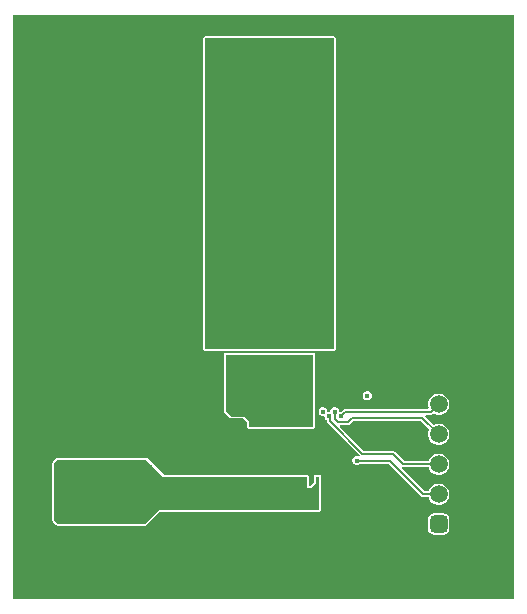
<source format=gbl>
G04*
G04 #@! TF.GenerationSoftware,Altium Limited,Altium Designer,21.2.1 (34)*
G04*
G04 Layer_Physical_Order=4*
G04 Layer_Color=16711680*
%FSTAX24Y24*%
%MOIN*%
G70*
G04*
G04 #@! TF.SameCoordinates,EB3D7B52-6A9D-4B9E-8443-9CCFCCE6FA82*
G04*
G04*
G04 #@! TF.FilePolarity,Positive*
G04*
G01*
G75*
%ADD12C,0.0079*%
%ADD52C,0.0591*%
G04:AMPARAMS|DCode=53|XSize=59.1mil|YSize=59.1mil|CornerRadius=14.8mil|HoleSize=0mil|Usage=FLASHONLY|Rotation=90.000|XOffset=0mil|YOffset=0mil|HoleType=Round|Shape=RoundedRectangle|*
%AMROUNDEDRECTD53*
21,1,0.0591,0.0295,0,0,90.0*
21,1,0.0295,0.0591,0,0,90.0*
1,1,0.0295,0.0148,0.0148*
1,1,0.0295,0.0148,-0.0148*
1,1,0.0295,-0.0148,-0.0148*
1,1,0.0295,-0.0148,0.0148*
%
%ADD53ROUNDEDRECTD53*%
%ADD54C,0.1969*%
%ADD55C,0.0315*%
%ADD56C,0.0177*%
G36*
X050097Y018165D02*
X033369D01*
X033369Y03765D01*
X050097D01*
X050097Y018165D01*
D02*
G37*
%LPC*%
G36*
X039791Y036938D02*
X039746Y036919D01*
X039727Y036874D01*
X039727Y026519D01*
X039746Y026474D01*
X039791Y026455D01*
X044083D01*
X044128Y026474D01*
X044147Y026519D01*
X044147Y036874D01*
X044128Y036919D01*
X044083Y036938D01*
X039791Y036938D01*
D02*
G37*
G36*
X045222Y025097D02*
X045163D01*
X045109Y025075D01*
X045067Y025033D01*
X045045Y024979D01*
Y02492D01*
X045067Y024866D01*
X045109Y024824D01*
X045163Y024802D01*
X045222D01*
X045276Y024824D01*
X045318Y024866D01*
X04534Y02492D01*
Y024979D01*
X045318Y025033D01*
X045276Y025075D01*
X045222Y025097D01*
D02*
G37*
G36*
X047621Y025027D02*
X047527D01*
X047437Y025003D01*
X047357Y024956D01*
X047291Y02489D01*
X047244Y02481D01*
X04722Y024719D01*
Y024626D01*
X047234Y024573D01*
X047196Y024523D01*
X044458D01*
X04442Y024515D01*
X044387Y024493D01*
X044308Y024415D01*
X044277D01*
X044258Y024428D01*
Y024454D01*
X044235Y024508D01*
X044194Y02455D01*
X044139Y024572D01*
X044081D01*
X044026Y02455D01*
X043985Y024508D01*
X043962Y024454D01*
Y024428D01*
X043942Y024415D01*
X043884D01*
X043864Y024428D01*
Y024454D01*
X043841Y024508D01*
X0438Y02455D01*
X043746Y024572D01*
X043687D01*
X043633Y02455D01*
X043591Y024508D01*
X043569Y024454D01*
Y024395D01*
X043591Y024341D01*
X043633Y024299D01*
X043687Y024277D01*
X043746D01*
X043768Y024232D01*
X043788Y024183D01*
X043829Y024142D01*
X043835Y024139D01*
Y024116D01*
X043843Y024077D01*
X043865Y024045D01*
X044935Y022975D01*
X044932Y02294D01*
X04492Y022919D01*
X044915Y022919D01*
X044868Y022938D01*
X044809D01*
X044755Y022916D01*
X044713Y022874D01*
X044691Y02282D01*
Y022761D01*
X044713Y022707D01*
X044755Y022665D01*
X044809Y022643D01*
X044868D01*
X044922Y022665D01*
X044947Y02269D01*
X045901D01*
X046989Y021602D01*
X047022Y02158D01*
X04706Y021572D01*
X047234D01*
X047244Y021536D01*
X047291Y021455D01*
X047357Y021389D01*
X047437Y021343D01*
X047527Y021319D01*
X047621D01*
X047711Y021343D01*
X047792Y021389D01*
X047858Y021455D01*
X047904Y021536D01*
X047928Y021626D01*
Y021719D01*
X047904Y02181D01*
X047858Y02189D01*
X047792Y021956D01*
X047711Y022003D01*
X047621Y022027D01*
X047527D01*
X047437Y022003D01*
X047357Y021956D01*
X047291Y02189D01*
X047244Y02181D01*
X047234Y021773D01*
X047102D01*
X046338Y022537D01*
X046351Y022563D01*
X046366Y022579D01*
X046398Y022572D01*
X047234D01*
X047244Y022536D01*
X047291Y022455D01*
X047357Y022389D01*
X047437Y022343D01*
X047527Y022319D01*
X047621D01*
X047711Y022343D01*
X047792Y022389D01*
X047858Y022455D01*
X047904Y022536D01*
X047928Y022626D01*
Y022719D01*
X047904Y02281D01*
X047858Y02289D01*
X047792Y022956D01*
X047711Y023003D01*
X047621Y023027D01*
X047527D01*
X047437Y023003D01*
X047357Y022956D01*
X047291Y02289D01*
X047244Y02281D01*
X047234Y022773D01*
X04644D01*
X046119Y023094D01*
X046086Y023116D01*
X046048Y023124D01*
X045069D01*
X044273Y02392D01*
X044294Y02397D01*
X044547D01*
X044585Y023977D01*
X044618Y023999D01*
X044741Y024122D01*
X046983D01*
X047263Y023842D01*
X047244Y02381D01*
X04722Y023719D01*
Y023626D01*
X047244Y023536D01*
X047291Y023455D01*
X047357Y023389D01*
X047437Y023343D01*
X047527Y023319D01*
X047621D01*
X047711Y023343D01*
X047792Y023389D01*
X047858Y023455D01*
X047904Y023536D01*
X047928Y023626D01*
Y023719D01*
X047904Y02381D01*
X047858Y02389D01*
X047792Y023956D01*
X047711Y024003D01*
X047621Y024027D01*
X047527D01*
X047437Y024003D01*
X047405Y023984D01*
X047117Y024272D01*
X047137Y024322D01*
X047324D01*
X047362Y02433D01*
X047395Y024351D01*
X047405Y024362D01*
X047437Y024343D01*
X047527Y024319D01*
X047621D01*
X047711Y024343D01*
X047792Y024389D01*
X047858Y024455D01*
X047904Y024536D01*
X047928Y024626D01*
Y024719D01*
X047904Y02481D01*
X047858Y02489D01*
X047792Y024956D01*
X047711Y025003D01*
X047621Y025027D01*
D02*
G37*
G36*
X040477Y026387D02*
X040432Y026369D01*
X040413Y026323D01*
Y02445D01*
X040432Y024404D01*
X040622Y024215D01*
X040667Y024196D01*
X041062D01*
X041179Y024079D01*
Y023913D01*
X041198Y023867D01*
X041243Y023849D01*
X043393D01*
X043438Y023867D01*
X043457Y023913D01*
X043457Y026323D01*
X043438Y026369D01*
X043393Y026387D01*
X040477Y026387D01*
D02*
G37*
G36*
X034878Y022885D02*
X034832Y022866D01*
X034712Y022746D01*
X034694Y022701D01*
X034694Y020801D01*
X034712Y020756D01*
X034832Y020636D01*
X034878Y020617D01*
X037786Y020617D01*
X037831Y020636D01*
X038277Y021082D01*
X043594Y021082D01*
X043639Y021101D01*
X043658Y021146D01*
X043658Y022259D01*
X043639Y022304D01*
X043594Y022323D01*
X04347D01*
X043425Y022304D01*
X043406Y022259D01*
Y02204D01*
X043295Y021929D01*
X043238Y021929D01*
X043238Y022259D01*
X043219Y022304D01*
X043174Y022323D01*
X038414Y022323D01*
X037871Y022866D01*
X037826Y022885D01*
X034878Y022885D01*
D02*
G37*
G36*
X047722Y021031D02*
X047426D01*
X047346Y021015D01*
X047277Y020969D01*
X047232Y020901D01*
X047216Y02082D01*
Y020525D01*
X047232Y020445D01*
X047277Y020376D01*
X047346Y020331D01*
X047426Y020314D01*
X047722D01*
X047802Y020331D01*
X047871Y020376D01*
X047916Y020445D01*
X047932Y020525D01*
Y02082D01*
X047916Y020901D01*
X047871Y020969D01*
X047802Y021015D01*
X047722Y021031D01*
D02*
G37*
%LPD*%
G36*
X044083Y036874D02*
X044083Y026519D01*
X039791D01*
X039791Y036874D01*
X044083Y036874D01*
D02*
G37*
G36*
X043393Y026323D02*
X043393Y023913D01*
X041243D01*
Y024105D01*
X041088Y02426D01*
X040667D01*
X040477Y02445D01*
Y026323D01*
X043393Y026323D01*
D02*
G37*
G36*
X037826Y022821D02*
X038388Y022259D01*
X043174Y022259D01*
X043174Y021865D01*
X043322Y021865D01*
X04347Y022013D01*
Y022259D01*
X043594D01*
X043594Y021146D01*
X038251Y021146D01*
X037786Y020681D01*
X034878Y020681D01*
X034758Y020801D01*
X034758Y022701D01*
X034878Y022821D01*
X037826Y022821D01*
D02*
G37*
D12*
X04411Y024192D02*
X044232Y02407D01*
X04411Y024192D02*
Y024424D01*
X044232Y02407D02*
X044547D01*
X044307Y024267D02*
Y024271D01*
X044458Y024422D01*
X047324D01*
X045943Y022791D02*
X04706Y021673D01*
X044838Y022791D02*
X045943D01*
X04706Y021673D02*
X047574D01*
X045028Y023023D02*
X046048D01*
X046398Y022673D02*
X047574D01*
X046048Y023023D02*
X046398Y022673D01*
X043936Y024116D02*
X045028Y023023D01*
X043936Y024116D02*
Y024244D01*
X043913Y024267D02*
X043936Y024244D01*
X044547Y02407D02*
X044699Y024222D01*
X047024D01*
X047574Y023673D01*
X047324Y024422D02*
X047574Y024673D01*
D52*
D03*
Y023673D02*
D03*
Y022673D02*
D03*
Y021673D02*
D03*
D53*
Y020673D02*
D03*
D54*
X049017Y036569D02*
D03*
X049017Y019246D02*
D03*
X03445D02*
D03*
X03445Y036569D02*
D03*
D55*
X042358Y022653D02*
D03*
Y023086D02*
D03*
Y023519D02*
D03*
X042791Y022653D02*
D03*
Y023086D02*
D03*
Y023519D02*
D03*
X043224Y022653D02*
D03*
Y023086D02*
D03*
Y023519D02*
D03*
X043657Y022653D02*
D03*
Y023086D02*
D03*
Y023519D02*
D03*
X04409Y022653D02*
D03*
Y023086D02*
D03*
Y023519D02*
D03*
D56*
X045193Y024949D02*
D03*
X035113Y023744D02*
D03*
Y024532D02*
D03*
Y024138D02*
D03*
Y023351D02*
D03*
Y024926D02*
D03*
X037948D02*
D03*
Y023351D02*
D03*
Y024138D02*
D03*
Y024532D02*
D03*
Y023744D02*
D03*
X043499Y021905D02*
D03*
X042929D02*
D03*
X043126Y021787D02*
D03*
X042535Y021905D02*
D03*
X042732Y021747D02*
D03*
X042141Y021905D02*
D03*
X042338Y021747D02*
D03*
X041531Y021953D02*
D03*
X038342Y021776D02*
D03*
X038893D02*
D03*
X039444D02*
D03*
X039995D02*
D03*
X040546D02*
D03*
X041098D02*
D03*
X037948Y021382D02*
D03*
Y02217D02*
D03*
Y021776D02*
D03*
Y020989D02*
D03*
Y022563D02*
D03*
X035113D02*
D03*
Y020989D02*
D03*
Y021776D02*
D03*
Y02217D02*
D03*
Y021382D02*
D03*
X043913Y020437D02*
D03*
X044307D02*
D03*
X043126Y020437D02*
D03*
X043519D02*
D03*
X041491Y020831D02*
D03*
X038342Y020556D02*
D03*
X038893D02*
D03*
X039444D02*
D03*
X039995D02*
D03*
X040546D02*
D03*
X041098D02*
D03*
X043126Y024424D02*
D03*
X042929Y024267D02*
D03*
X042732Y024424D02*
D03*
X042535Y024267D02*
D03*
X042338Y024424D02*
D03*
X042141Y024267D02*
D03*
X040283Y029238D02*
D03*
Y028844D02*
D03*
X040559Y029238D02*
D03*
Y028844D02*
D03*
Y028156D02*
D03*
Y028549D02*
D03*
X040283Y028156D02*
D03*
Y028549D02*
D03*
X040559Y027467D02*
D03*
Y02786D02*
D03*
X040283Y027467D02*
D03*
Y02786D02*
D03*
X040559Y026778D02*
D03*
Y027171D02*
D03*
X040283Y026778D02*
D03*
Y027171D02*
D03*
X038866Y029238D02*
D03*
Y028844D02*
D03*
X038591Y029238D02*
D03*
Y028844D02*
D03*
Y028156D02*
D03*
Y028549D02*
D03*
X038866Y028156D02*
D03*
Y028549D02*
D03*
X038591Y027467D02*
D03*
Y02786D02*
D03*
X038866Y027467D02*
D03*
Y02786D02*
D03*
X038591Y026778D02*
D03*
Y027171D02*
D03*
X038866Y026778D02*
D03*
Y027171D02*
D03*
X043591Y029238D02*
D03*
Y028844D02*
D03*
X043315Y029238D02*
D03*
Y028844D02*
D03*
Y028156D02*
D03*
Y028549D02*
D03*
X043591Y028156D02*
D03*
Y028549D02*
D03*
X043315Y027467D02*
D03*
Y02786D02*
D03*
X043591Y027467D02*
D03*
Y02786D02*
D03*
X043315Y026778D02*
D03*
Y027171D02*
D03*
X043591Y026778D02*
D03*
Y027171D02*
D03*
X045008D02*
D03*
Y026778D02*
D03*
X045283Y027171D02*
D03*
Y026778D02*
D03*
X045008Y02786D02*
D03*
Y027467D02*
D03*
X045283Y02786D02*
D03*
Y027467D02*
D03*
X045008Y028549D02*
D03*
Y028156D02*
D03*
X045283Y028549D02*
D03*
Y028156D02*
D03*
Y028844D02*
D03*
Y029238D02*
D03*
X045008Y028844D02*
D03*
X041543Y032977D02*
D03*
X04115Y032977D02*
D03*
X041543Y033371D02*
D03*
X04115Y033765D02*
D03*
Y033371D02*
D03*
X041543Y033765D02*
D03*
Y03219D02*
D03*
X04115Y031796D02*
D03*
Y03219D02*
D03*
X041543Y031796D02*
D03*
X04115Y031402D02*
D03*
X041543Y031402D02*
D03*
Y030615D02*
D03*
X04115Y030221D02*
D03*
Y030615D02*
D03*
X041543Y030221D02*
D03*
X04115Y029828D02*
D03*
X041543Y029828D02*
D03*
X042331Y032977D02*
D03*
X042724Y032977D02*
D03*
X042331Y033371D02*
D03*
X042724Y033765D02*
D03*
Y033371D02*
D03*
X042331Y033765D02*
D03*
Y03219D02*
D03*
X042724Y031796D02*
D03*
Y03219D02*
D03*
X042331Y031796D02*
D03*
X042724Y031402D02*
D03*
X042331Y031402D02*
D03*
Y030615D02*
D03*
X042724Y030221D02*
D03*
Y030615D02*
D03*
X042331Y030221D02*
D03*
X042724Y029828D02*
D03*
X042331Y029828D02*
D03*
X038394D02*
D03*
X038787Y029828D02*
D03*
X038394Y030221D02*
D03*
X038787Y030615D02*
D03*
Y030221D02*
D03*
X038394Y030615D02*
D03*
Y031402D02*
D03*
X038787Y031402D02*
D03*
X038394Y031796D02*
D03*
X038787Y03219D02*
D03*
Y031796D02*
D03*
X038394Y03219D02*
D03*
Y032977D02*
D03*
X038787Y032977D02*
D03*
X038394Y033371D02*
D03*
X038787Y033765D02*
D03*
Y033371D02*
D03*
X038394Y033765D02*
D03*
X04548Y029828D02*
D03*
X045087Y029828D02*
D03*
X04548Y030221D02*
D03*
X045087Y030615D02*
D03*
Y030221D02*
D03*
X04548Y030615D02*
D03*
Y031402D02*
D03*
X045087Y031402D02*
D03*
X04548Y031796D02*
D03*
X045087Y03219D02*
D03*
Y031796D02*
D03*
X04548Y03219D02*
D03*
Y033765D02*
D03*
X045087Y033371D02*
D03*
Y033765D02*
D03*
X04548Y033371D02*
D03*
X045087Y032977D02*
D03*
X04548Y032977D02*
D03*
X043618Y03669D02*
D03*
X04157Y023184D02*
D03*
X045822Y021728D02*
D03*
X044838Y022791D02*
D03*
X045822Y023932D02*
D03*
X044307Y024267D02*
D03*
X041098Y022996D02*
D03*
X040546D02*
D03*
X039995D02*
D03*
X039444D02*
D03*
X038893D02*
D03*
X038342D02*
D03*
X041531Y02276D02*
D03*
X04157Y023578D02*
D03*
X045008Y029238D02*
D03*
X043716Y024424D02*
D03*
X044799Y020741D02*
D03*
X044209Y026282D02*
D03*
X044263Y025464D02*
D03*
X043913Y024267D02*
D03*
X04411Y024424D02*
D03*
X045822Y022082D02*
D03*
Y023578D02*
D03*
Y023224D02*
D03*
M02*

</source>
